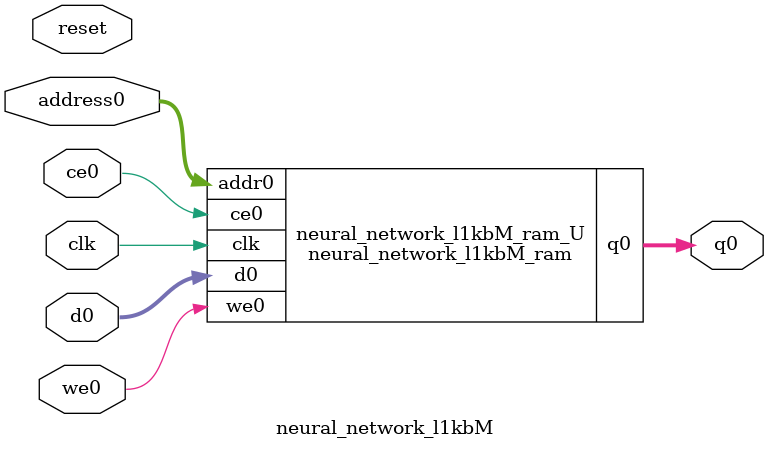
<source format=v>

`timescale 1 ns / 1 ps
module neural_network_l1kbM_ram (addr0, ce0, d0, we0, q0,  clk);

parameter DWIDTH = 15;
parameter AWIDTH = 5;
parameter MEM_SIZE = 32;

input[AWIDTH-1:0] addr0;
input ce0;
input[DWIDTH-1:0] d0;
input we0;
output reg[DWIDTH-1:0] q0;
input clk;

(* ram_style = "distributed" *)reg [DWIDTH-1:0] ram[0:MEM_SIZE-1];




always @(posedge clk)  
begin 
    if (ce0) 
    begin
        if (we0) 
        begin 
            ram[addr0] <= d0; 
            q0 <= d0;
        end 
        else 
            q0 <= ram[addr0];
    end
end


endmodule


`timescale 1 ns / 1 ps
module neural_network_l1kbM(
    reset,
    clk,
    address0,
    ce0,
    we0,
    d0,
    q0);

parameter DataWidth = 32'd15;
parameter AddressRange = 32'd32;
parameter AddressWidth = 32'd5;
input reset;
input clk;
input[AddressWidth - 1:0] address0;
input ce0;
input we0;
input[DataWidth - 1:0] d0;
output[DataWidth - 1:0] q0;



neural_network_l1kbM_ram neural_network_l1kbM_ram_U(
    .clk( clk ),
    .addr0( address0 ),
    .ce0( ce0 ),
    .d0( d0 ),
    .we0( we0 ),
    .q0( q0 ));

endmodule


</source>
